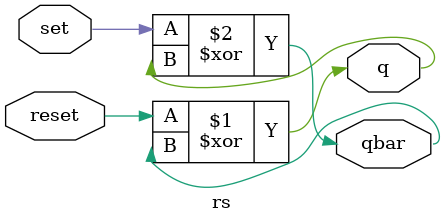
<source format=v>
module rs(q,qbar,set,reset);
input set,reset;
output q,qbar;
xor #1 n1(q,reset,qbar);
xor #1 n2(qbar,set,q);
endmodule
</source>
